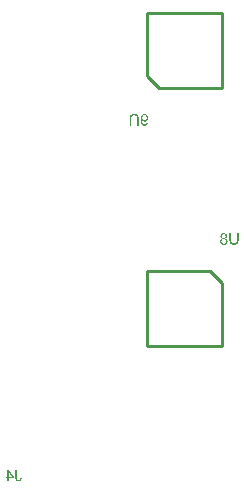
<source format=gbo>
G04 Layer_Color=32896*
%FSLAX25Y25*%
%MOIN*%
G70*
G01*
G75*
%ADD119C,0.01000*%
G36*
X40565Y21805D02*
X40654Y21794D01*
X40737Y21783D01*
X40820Y21767D01*
X40892Y21750D01*
X40959Y21733D01*
X41020Y21711D01*
X41076Y21689D01*
X41120Y21672D01*
X41164Y21656D01*
X41198Y21639D01*
X41225Y21622D01*
X41242Y21617D01*
X41253Y21606D01*
X41259D01*
X41381Y21522D01*
X41481Y21428D01*
X41558Y21339D01*
X41625Y21250D01*
X41675Y21173D01*
X41708Y21112D01*
X41719Y21090D01*
X41730Y21073D01*
X41736Y21062D01*
Y21056D01*
X41758Y20990D01*
X41780Y20918D01*
X41814Y20768D01*
X41836Y20612D01*
X41853Y20462D01*
X41858Y20396D01*
X41864Y20329D01*
Y20274D01*
X41869Y20224D01*
Y20185D01*
Y20157D01*
Y20135D01*
Y20129D01*
Y17909D01*
X41359D01*
Y20129D01*
Y20257D01*
X41348Y20379D01*
X41336Y20485D01*
X41320Y20584D01*
X41303Y20673D01*
X41281Y20756D01*
X41264Y20829D01*
X41242Y20890D01*
X41220Y20940D01*
X41198Y20990D01*
X41175Y21023D01*
X41159Y21056D01*
X41142Y21079D01*
X41131Y21095D01*
X41126Y21101D01*
X41120Y21106D01*
X41070Y21151D01*
X41015Y21189D01*
X40892Y21250D01*
X40765Y21295D01*
X40631Y21323D01*
X40509Y21345D01*
X40459Y21350D01*
X40410D01*
X40376Y21356D01*
X40321D01*
X40204Y21350D01*
X40099Y21334D01*
X39999Y21317D01*
X39921Y21289D01*
X39855Y21267D01*
X39805Y21250D01*
X39777Y21234D01*
X39766Y21228D01*
X39688Y21178D01*
X39621Y21117D01*
X39566Y21056D01*
X39527Y21001D01*
X39494Y20945D01*
X39466Y20906D01*
X39455Y20879D01*
X39449Y20867D01*
X39433Y20818D01*
X39422Y20768D01*
X39399Y20651D01*
X39383Y20529D01*
X39372Y20407D01*
X39366Y20301D01*
Y20252D01*
X39361Y20213D01*
Y20179D01*
Y20152D01*
Y20135D01*
Y20129D01*
Y17909D01*
X38850D01*
Y20129D01*
Y20240D01*
X38855Y20346D01*
X38861Y20446D01*
X38872Y20540D01*
X38883Y20623D01*
X38894Y20701D01*
X38911Y20773D01*
X38922Y20840D01*
X38933Y20901D01*
X38950Y20951D01*
X38961Y20995D01*
X38972Y21028D01*
X38983Y21056D01*
X38989Y21079D01*
X38994Y21090D01*
Y21095D01*
X39055Y21217D01*
X39133Y21328D01*
X39211Y21417D01*
X39294Y21495D01*
X39366Y21556D01*
X39427Y21600D01*
X39449Y21611D01*
X39466Y21622D01*
X39477Y21633D01*
X39483D01*
X39621Y21695D01*
X39766Y21739D01*
X39916Y21772D01*
X40054Y21794D01*
X40115Y21800D01*
X40176Y21805D01*
X40232Y21811D01*
X40276D01*
X40315Y21817D01*
X40365D01*
X40565Y21805D01*
D02*
G37*
G36*
X43962Y21811D02*
X44078Y21789D01*
X44184Y21767D01*
X44278Y21733D01*
X44350Y21706D01*
X44405Y21678D01*
X44428Y21672D01*
X44444Y21661D01*
X44450Y21656D01*
X44456D01*
X44550Y21589D01*
X44639Y21511D01*
X44711Y21434D01*
X44772Y21356D01*
X44822Y21284D01*
X44855Y21228D01*
X44866Y21206D01*
X44877Y21189D01*
X44883Y21184D01*
Y21178D01*
X44938Y21062D01*
X44977Y20940D01*
X45005Y20829D01*
X45022Y20723D01*
X45038Y20635D01*
Y20601D01*
X45044Y20568D01*
Y20540D01*
Y20523D01*
Y20512D01*
Y20507D01*
X45038Y20407D01*
X45027Y20312D01*
X45011Y20218D01*
X44994Y20135D01*
X44966Y20057D01*
X44938Y19980D01*
X44911Y19913D01*
X44877Y19852D01*
X44844Y19796D01*
X44816Y19746D01*
X44789Y19708D01*
X44761Y19669D01*
X44744Y19641D01*
X44727Y19624D01*
X44716Y19613D01*
X44711Y19608D01*
X44650Y19547D01*
X44583Y19491D01*
X44511Y19447D01*
X44444Y19408D01*
X44378Y19369D01*
X44311Y19341D01*
X44184Y19302D01*
X44128Y19286D01*
X44073Y19275D01*
X44028Y19269D01*
X43984Y19264D01*
X43951Y19258D01*
X43906D01*
X43806Y19264D01*
X43712Y19280D01*
X43623Y19297D01*
X43545Y19319D01*
X43479Y19347D01*
X43429Y19364D01*
X43395Y19380D01*
X43390Y19386D01*
X43384D01*
X43295Y19441D01*
X43218Y19502D01*
X43146Y19563D01*
X43090Y19630D01*
X43040Y19685D01*
X43001Y19730D01*
X42979Y19763D01*
X42974Y19769D01*
Y19669D01*
X42979Y19569D01*
X42985Y19480D01*
X42996Y19391D01*
X43001Y19314D01*
X43012Y19241D01*
X43024Y19175D01*
X43040Y19114D01*
X43051Y19058D01*
X43062Y19014D01*
X43074Y18975D01*
X43079Y18942D01*
X43090Y18920D01*
X43096Y18903D01*
X43101Y18892D01*
Y18886D01*
X43157Y18775D01*
X43212Y18675D01*
X43273Y18598D01*
X43329Y18531D01*
X43379Y18475D01*
X43418Y18437D01*
X43445Y18414D01*
X43457Y18409D01*
X43523Y18364D01*
X43590Y18337D01*
X43656Y18315D01*
X43723Y18298D01*
X43773Y18287D01*
X43817Y18281D01*
X43856D01*
X43956Y18292D01*
X44050Y18315D01*
X44128Y18348D01*
X44200Y18381D01*
X44256Y18420D01*
X44295Y18453D01*
X44317Y18475D01*
X44328Y18487D01*
X44367Y18537D01*
X44405Y18598D01*
X44439Y18664D01*
X44461Y18731D01*
X44483Y18792D01*
X44500Y18842D01*
X44506Y18875D01*
X44511Y18881D01*
Y18886D01*
X44983Y18847D01*
X44949Y18692D01*
X44899Y18553D01*
X44844Y18431D01*
X44783Y18331D01*
X44722Y18253D01*
X44700Y18220D01*
X44672Y18192D01*
X44655Y18176D01*
X44639Y18159D01*
X44633Y18154D01*
X44628Y18148D01*
X44572Y18104D01*
X44511Y18065D01*
X44389Y17998D01*
X44267Y17954D01*
X44150Y17926D01*
X44045Y17904D01*
X44000Y17898D01*
X43962D01*
X43928Y17893D01*
X43884D01*
X43773Y17898D01*
X43667Y17909D01*
X43567Y17932D01*
X43473Y17959D01*
X43390Y17998D01*
X43307Y18032D01*
X43235Y18076D01*
X43168Y18115D01*
X43112Y18154D01*
X43057Y18198D01*
X43012Y18231D01*
X42979Y18265D01*
X42951Y18298D01*
X42929Y18320D01*
X42918Y18331D01*
X42913Y18337D01*
X42840Y18437D01*
X42779Y18553D01*
X42724Y18675D01*
X42674Y18803D01*
X42635Y18936D01*
X42602Y19069D01*
X42574Y19208D01*
X42552Y19336D01*
X42535Y19463D01*
X42524Y19580D01*
X42513Y19685D01*
X42507Y19774D01*
Y19852D01*
X42502Y19907D01*
Y19930D01*
Y19946D01*
Y19952D01*
Y19957D01*
X42507Y20135D01*
X42518Y20301D01*
X42535Y20457D01*
X42563Y20601D01*
X42591Y20729D01*
X42619Y20845D01*
X42652Y20951D01*
X42691Y21045D01*
X42724Y21123D01*
X42757Y21195D01*
X42785Y21250D01*
X42818Y21301D01*
X42840Y21339D01*
X42857Y21362D01*
X42868Y21378D01*
X42874Y21384D01*
X42946Y21461D01*
X43024Y21528D01*
X43101Y21584D01*
X43179Y21633D01*
X43262Y21678D01*
X43340Y21711D01*
X43418Y21739D01*
X43495Y21761D01*
X43562Y21778D01*
X43629Y21794D01*
X43684Y21805D01*
X43734Y21811D01*
X43778D01*
X43806Y21817D01*
X43834D01*
X43962Y21811D01*
D02*
G37*
G36*
X70316Y-17898D02*
X70405Y-17904D01*
X70560Y-17937D01*
X70632Y-17959D01*
X70699Y-17981D01*
X70760Y-18009D01*
X70815Y-18037D01*
X70860Y-18065D01*
X70904Y-18092D01*
X70943Y-18115D01*
X70971Y-18137D01*
X70993Y-18154D01*
X71010Y-18170D01*
X71021Y-18176D01*
X71026Y-18181D01*
X71076Y-18237D01*
X71126Y-18292D01*
X71165Y-18353D01*
X71198Y-18414D01*
X71254Y-18531D01*
X71287Y-18642D01*
X71309Y-18736D01*
X71315Y-18781D01*
X71320Y-18814D01*
X71326Y-18847D01*
Y-18870D01*
Y-18881D01*
Y-18886D01*
X71320Y-18986D01*
X71304Y-19080D01*
X71282Y-19164D01*
X71254Y-19236D01*
X71232Y-19291D01*
X71210Y-19336D01*
X71193Y-19358D01*
X71187Y-19369D01*
X71126Y-19436D01*
X71060Y-19497D01*
X70987Y-19552D01*
X70915Y-19597D01*
X70849Y-19630D01*
X70799Y-19652D01*
X70777Y-19663D01*
X70760Y-19669D01*
X70754Y-19674D01*
X70749D01*
X70876Y-19713D01*
X70982Y-19763D01*
X71076Y-19824D01*
X71154Y-19880D01*
X71215Y-19935D01*
X71259Y-19980D01*
X71282Y-20007D01*
X71293Y-20013D01*
Y-20018D01*
X71354Y-20118D01*
X71404Y-20224D01*
X71437Y-20324D01*
X71459Y-20424D01*
X71470Y-20512D01*
X71476Y-20551D01*
Y-20584D01*
X71481Y-20607D01*
Y-20629D01*
Y-20640D01*
Y-20646D01*
X71476Y-20734D01*
X71465Y-20823D01*
X71448Y-20906D01*
X71426Y-20990D01*
X71371Y-21128D01*
X71343Y-21195D01*
X71309Y-21250D01*
X71276Y-21306D01*
X71248Y-21350D01*
X71215Y-21389D01*
X71193Y-21423D01*
X71171Y-21450D01*
X71154Y-21467D01*
X71143Y-21478D01*
X71137Y-21484D01*
X71071Y-21545D01*
X70999Y-21595D01*
X70921Y-21639D01*
X70843Y-21678D01*
X70771Y-21706D01*
X70693Y-21733D01*
X70543Y-21772D01*
X70477Y-21789D01*
X70416Y-21800D01*
X70360Y-21805D01*
X70310Y-21811D01*
X70272Y-21817D01*
X70216D01*
X70111Y-21811D01*
X70016Y-21800D01*
X69922Y-21783D01*
X69833Y-21767D01*
X69755Y-21739D01*
X69678Y-21711D01*
X69606Y-21683D01*
X69545Y-21650D01*
X69489Y-21617D01*
X69439Y-21589D01*
X69400Y-21561D01*
X69361Y-21533D01*
X69334Y-21517D01*
X69317Y-21500D01*
X69306Y-21489D01*
X69300Y-21484D01*
X69239Y-21417D01*
X69184Y-21350D01*
X69139Y-21284D01*
X69100Y-21212D01*
X69062Y-21145D01*
X69034Y-21073D01*
X68995Y-20945D01*
X68978Y-20884D01*
X68967Y-20829D01*
X68962Y-20779D01*
X68956Y-20740D01*
X68951Y-20707D01*
Y-20679D01*
Y-20662D01*
Y-20657D01*
X68956Y-20529D01*
X68978Y-20413D01*
X69012Y-20307D01*
X69045Y-20218D01*
X69078Y-20146D01*
X69112Y-20090D01*
X69134Y-20057D01*
X69139Y-20052D01*
Y-20046D01*
X69217Y-19957D01*
X69300Y-19880D01*
X69389Y-19819D01*
X69472Y-19763D01*
X69550Y-19724D01*
X69617Y-19696D01*
X69639Y-19685D01*
X69656Y-19680D01*
X69667Y-19674D01*
X69672D01*
X69572Y-19630D01*
X69489Y-19580D01*
X69417Y-19530D01*
X69356Y-19480D01*
X69311Y-19436D01*
X69278Y-19402D01*
X69256Y-19380D01*
X69250Y-19369D01*
X69200Y-19291D01*
X69167Y-19214D01*
X69139Y-19136D01*
X69123Y-19058D01*
X69112Y-18997D01*
X69106Y-18947D01*
Y-18914D01*
Y-18908D01*
Y-18903D01*
X69112Y-18825D01*
X69117Y-18753D01*
X69156Y-18614D01*
X69206Y-18492D01*
X69261Y-18387D01*
X69317Y-18304D01*
X69345Y-18270D01*
X69367Y-18237D01*
X69389Y-18215D01*
X69406Y-18198D01*
X69411Y-18192D01*
X69417Y-18187D01*
X69478Y-18137D01*
X69539Y-18087D01*
X69606Y-18048D01*
X69672Y-18015D01*
X69805Y-17965D01*
X69938Y-17932D01*
X69994Y-17915D01*
X70050Y-17909D01*
X70100Y-17904D01*
X70144Y-17898D01*
X70177Y-17893D01*
X70227D01*
X70316Y-17898D01*
D02*
G37*
G36*
X75150Y-20129D02*
Y-20240D01*
X75144Y-20346D01*
X75139Y-20446D01*
X75128Y-20540D01*
X75117Y-20623D01*
X75106Y-20701D01*
X75089Y-20773D01*
X75078Y-20840D01*
X75067Y-20901D01*
X75050Y-20951D01*
X75039Y-20995D01*
X75028Y-21028D01*
X75017Y-21056D01*
X75011Y-21079D01*
X75006Y-21090D01*
Y-21095D01*
X74945Y-21217D01*
X74867Y-21328D01*
X74789Y-21417D01*
X74706Y-21495D01*
X74634Y-21556D01*
X74573Y-21600D01*
X74551Y-21611D01*
X74534Y-21622D01*
X74523Y-21633D01*
X74517D01*
X74379Y-21695D01*
X74234Y-21739D01*
X74084Y-21772D01*
X73946Y-21794D01*
X73885Y-21800D01*
X73824Y-21805D01*
X73768Y-21811D01*
X73724D01*
X73685Y-21817D01*
X73635D01*
X73435Y-21805D01*
X73346Y-21794D01*
X73263Y-21783D01*
X73180Y-21767D01*
X73108Y-21750D01*
X73041Y-21733D01*
X72980Y-21711D01*
X72925Y-21689D01*
X72880Y-21672D01*
X72836Y-21656D01*
X72802Y-21639D01*
X72775Y-21622D01*
X72758Y-21617D01*
X72747Y-21606D01*
X72741D01*
X72619Y-21522D01*
X72519Y-21428D01*
X72442Y-21339D01*
X72375Y-21250D01*
X72325Y-21173D01*
X72292Y-21112D01*
X72281Y-21090D01*
X72270Y-21073D01*
X72264Y-21062D01*
Y-21056D01*
X72242Y-20990D01*
X72220Y-20918D01*
X72186Y-20768D01*
X72164Y-20612D01*
X72148Y-20462D01*
X72142Y-20396D01*
X72136Y-20329D01*
Y-20274D01*
X72131Y-20224D01*
Y-20185D01*
Y-20157D01*
Y-20135D01*
Y-20129D01*
Y-17909D01*
X72641D01*
Y-20129D01*
Y-20257D01*
X72653Y-20379D01*
X72664Y-20485D01*
X72680Y-20584D01*
X72697Y-20673D01*
X72719Y-20756D01*
X72736Y-20829D01*
X72758Y-20890D01*
X72780Y-20940D01*
X72802Y-20990D01*
X72825Y-21023D01*
X72841Y-21056D01*
X72858Y-21079D01*
X72869Y-21095D01*
X72874Y-21101D01*
X72880Y-21106D01*
X72930Y-21151D01*
X72986Y-21189D01*
X73108Y-21250D01*
X73235Y-21295D01*
X73368Y-21323D01*
X73491Y-21345D01*
X73541Y-21350D01*
X73590D01*
X73624Y-21356D01*
X73679D01*
X73796Y-21350D01*
X73901Y-21334D01*
X74001Y-21317D01*
X74079Y-21289D01*
X74146Y-21267D01*
X74195Y-21250D01*
X74223Y-21234D01*
X74234Y-21228D01*
X74312Y-21178D01*
X74379Y-21117D01*
X74434Y-21056D01*
X74473Y-21001D01*
X74506Y-20945D01*
X74534Y-20906D01*
X74545Y-20879D01*
X74551Y-20867D01*
X74567Y-20818D01*
X74578Y-20768D01*
X74600Y-20651D01*
X74617Y-20529D01*
X74628Y-20407D01*
X74634Y-20301D01*
Y-20252D01*
X74639Y-20213D01*
Y-20179D01*
Y-20152D01*
Y-20135D01*
Y-20129D01*
Y-17909D01*
X75150D01*
Y-20129D01*
D02*
G37*
G36*
X247Y-99196D02*
Y-99629D01*
X-1424D01*
Y-100550D01*
X-1895D01*
Y-99629D01*
X-2417D01*
Y-99196D01*
X-1895D01*
Y-96709D01*
X-1512D01*
X247Y-99196D01*
D02*
G37*
G36*
X1235Y-99357D02*
Y-99473D01*
X1246Y-99573D01*
X1252Y-99656D01*
X1263Y-99723D01*
X1274Y-99773D01*
X1279Y-99812D01*
X1290Y-99834D01*
Y-99840D01*
X1313Y-99895D01*
X1340Y-99940D01*
X1374Y-99978D01*
X1401Y-100017D01*
X1435Y-100039D01*
X1457Y-100062D01*
X1474Y-100073D01*
X1479Y-100078D01*
X1535Y-100106D01*
X1590Y-100128D01*
X1646Y-100139D01*
X1696Y-100150D01*
X1746Y-100156D01*
X1779Y-100162D01*
X1812D01*
X1901Y-100156D01*
X1984Y-100134D01*
X2051Y-100111D01*
X2112Y-100078D01*
X2156Y-100050D01*
X2190Y-100023D01*
X2212Y-100006D01*
X2217Y-100001D01*
X2245Y-99967D01*
X2267Y-99928D01*
X2300Y-99840D01*
X2334Y-99740D01*
X2351Y-99640D01*
X2367Y-99546D01*
Y-99507D01*
X2373Y-99473D01*
X2378Y-99440D01*
Y-99418D01*
Y-99407D01*
Y-99401D01*
X2839Y-99468D01*
Y-99573D01*
X2833Y-99668D01*
X2817Y-99762D01*
X2806Y-99845D01*
X2783Y-99923D01*
X2761Y-99989D01*
X2739Y-100056D01*
X2717Y-100111D01*
X2689Y-100162D01*
X2667Y-100206D01*
X2645Y-100245D01*
X2622Y-100273D01*
X2606Y-100295D01*
X2595Y-100317D01*
X2589Y-100322D01*
X2584Y-100328D01*
X2528Y-100378D01*
X2473Y-100422D01*
X2411Y-100461D01*
X2345Y-100495D01*
X2217Y-100544D01*
X2095Y-100578D01*
X1979Y-100600D01*
X1934Y-100605D01*
X1890Y-100611D01*
X1856Y-100617D01*
X1807D01*
X1685Y-100611D01*
X1574Y-100594D01*
X1474Y-100572D01*
X1385Y-100544D01*
X1313Y-100522D01*
X1263Y-100500D01*
X1229Y-100483D01*
X1218Y-100478D01*
X1130Y-100422D01*
X1052Y-100356D01*
X991Y-100289D01*
X935Y-100228D01*
X896Y-100167D01*
X869Y-100123D01*
X852Y-100089D01*
X846Y-100084D01*
Y-100078D01*
X808Y-99967D01*
X774Y-99851D01*
X752Y-99723D01*
X741Y-99601D01*
X730Y-99496D01*
Y-99451D01*
X724Y-99407D01*
Y-99373D01*
Y-99351D01*
Y-99335D01*
Y-99329D01*
Y-96709D01*
X1235D01*
Y-99357D01*
D02*
G37*
%LPC*%
G36*
X-1424Y-97475D02*
Y-99196D01*
X-214D01*
X-1424Y-97475D01*
D02*
G37*
G36*
X70266Y-19874D02*
X70233D01*
X70111Y-19885D01*
X70000Y-19907D01*
X69900Y-19946D01*
X69816Y-19985D01*
X69750Y-20030D01*
X69700Y-20068D01*
X69672Y-20090D01*
X69661Y-20102D01*
X69583Y-20190D01*
X69528Y-20285D01*
X69489Y-20379D01*
X69461Y-20462D01*
X69445Y-20546D01*
X69439Y-20607D01*
X69433Y-20629D01*
Y-20646D01*
Y-20657D01*
Y-20662D01*
X69445Y-20779D01*
X69467Y-20890D01*
X69506Y-20984D01*
X69545Y-21062D01*
X69583Y-21123D01*
X69622Y-21173D01*
X69644Y-21201D01*
X69656Y-21212D01*
X69744Y-21284D01*
X69833Y-21339D01*
X69927Y-21373D01*
X70016Y-21400D01*
X70094Y-21417D01*
X70161Y-21423D01*
X70183Y-21428D01*
X70216D01*
X70294Y-21423D01*
X70372Y-21411D01*
X70444Y-21395D01*
X70505Y-21378D01*
X70555Y-21362D01*
X70593Y-21345D01*
X70616Y-21334D01*
X70627Y-21328D01*
X70693Y-21284D01*
X70749Y-21239D01*
X70799Y-21189D01*
X70838Y-21139D01*
X70871Y-21101D01*
X70893Y-21067D01*
X70904Y-21040D01*
X70910Y-21034D01*
X70938Y-20962D01*
X70960Y-20895D01*
X70976Y-20829D01*
X70987Y-20768D01*
X70993Y-20718D01*
X70999Y-20679D01*
Y-20657D01*
Y-20646D01*
X70987Y-20529D01*
X70965Y-20424D01*
X70932Y-20329D01*
X70888Y-20246D01*
X70849Y-20185D01*
X70815Y-20135D01*
X70793Y-20107D01*
X70782Y-20096D01*
X70699Y-20024D01*
X70604Y-19969D01*
X70516Y-19930D01*
X70427Y-19902D01*
X70349Y-19885D01*
X70288Y-19880D01*
X70266Y-19874D01*
D02*
G37*
G36*
X43856Y21428D02*
X43828D01*
X43751Y21423D01*
X43679Y21411D01*
X43612Y21389D01*
X43556Y21367D01*
X43507Y21350D01*
X43468Y21328D01*
X43445Y21317D01*
X43434Y21312D01*
X43368Y21262D01*
X43312Y21212D01*
X43262Y21151D01*
X43223Y21101D01*
X43190Y21051D01*
X43168Y21012D01*
X43151Y20984D01*
X43146Y20973D01*
X43112Y20890D01*
X43090Y20807D01*
X43068Y20729D01*
X43057Y20657D01*
X43051Y20596D01*
X43046Y20546D01*
Y20518D01*
Y20507D01*
X43057Y20374D01*
X43079Y20257D01*
X43118Y20152D01*
X43157Y20068D01*
X43196Y19996D01*
X43235Y19946D01*
X43257Y19918D01*
X43268Y19907D01*
X43357Y19830D01*
X43445Y19774D01*
X43540Y19730D01*
X43623Y19702D01*
X43701Y19685D01*
X43756Y19680D01*
X43778Y19674D01*
X43812D01*
X43928Y19685D01*
X44034Y19713D01*
X44122Y19746D01*
X44200Y19791D01*
X44261Y19835D01*
X44306Y19869D01*
X44333Y19896D01*
X44344Y19907D01*
X44417Y20002D01*
X44472Y20102D01*
X44511Y20207D01*
X44533Y20307D01*
X44550Y20396D01*
X44555Y20435D01*
Y20468D01*
X44561Y20496D01*
Y20518D01*
Y20529D01*
Y20535D01*
X44550Y20684D01*
X44528Y20812D01*
X44494Y20923D01*
X44456Y21017D01*
X44411Y21090D01*
X44378Y21145D01*
X44356Y21178D01*
X44344Y21184D01*
Y21189D01*
X44306Y21234D01*
X44261Y21267D01*
X44172Y21328D01*
X44084Y21367D01*
X44006Y21400D01*
X43934Y21417D01*
X43878Y21423D01*
X43856Y21428D01*
D02*
G37*
G36*
X70261Y-18281D02*
X70216D01*
X70122Y-18287D01*
X70033Y-18309D01*
X69961Y-18337D01*
X69894Y-18370D01*
X69844Y-18403D01*
X69805Y-18431D01*
X69778Y-18453D01*
X69772Y-18459D01*
X69711Y-18531D01*
X69667Y-18603D01*
X69633Y-18675D01*
X69611Y-18742D01*
X69600Y-18803D01*
X69589Y-18853D01*
Y-18886D01*
Y-18892D01*
Y-18897D01*
X69594Y-18986D01*
X69617Y-19069D01*
X69644Y-19141D01*
X69678Y-19203D01*
X69711Y-19252D01*
X69739Y-19286D01*
X69761Y-19314D01*
X69766Y-19319D01*
X69833Y-19375D01*
X69911Y-19419D01*
X69983Y-19447D01*
X70055Y-19469D01*
X70122Y-19480D01*
X70172Y-19486D01*
X70205Y-19491D01*
X70216D01*
X70316Y-19486D01*
X70405Y-19463D01*
X70482Y-19436D01*
X70549Y-19402D01*
X70599Y-19375D01*
X70638Y-19347D01*
X70666Y-19325D01*
X70671Y-19319D01*
X70727Y-19252D01*
X70771Y-19175D01*
X70799Y-19103D01*
X70821Y-19030D01*
X70832Y-18970D01*
X70838Y-18920D01*
X70843Y-18886D01*
Y-18881D01*
Y-18875D01*
X70838Y-18786D01*
X70815Y-18709D01*
X70788Y-18636D01*
X70754Y-18575D01*
X70727Y-18526D01*
X70699Y-18487D01*
X70677Y-18464D01*
X70671Y-18459D01*
X70599Y-18398D01*
X70527Y-18353D01*
X70449Y-18326D01*
X70377Y-18304D01*
X70310Y-18292D01*
X70261Y-18281D01*
D02*
G37*
%LPD*%
D119*
X44500Y34500D02*
X48500Y30500D01*
X69500D01*
Y55500D01*
X44500D02*
X69500D01*
X44500Y34500D02*
Y55500D01*
X65500Y-30500D02*
X69500Y-34500D01*
X44500Y-30500D02*
X65500D01*
X44500Y-55500D02*
Y-30500D01*
Y-55500D02*
X69500D01*
Y-34500D01*
M02*

</source>
